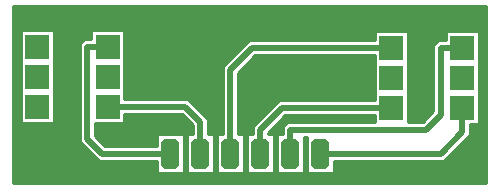
<source format=gbr>
G04 PROTEUS RS274X GERBER FILE*
%FSLAX45Y45*%
%MOMM*%
G01*
%ADD10C,0.508000*%
%ADD11C,0.254000*%
%ADD12R,2.032000X2.032000*%
%AMDIL003*
4,1,8,
-0.762000,0.965200,-0.457200,1.270000,0.457200,1.270000,0.762000,0.965200,0.762000,-0.965200,
0.457200,-1.270000,-0.457200,-1.270000,-0.762000,-0.965200,-0.762000,0.965200,
0*%
%ADD13DIL003*%
G36*
X+800000Y+2000000D02*
X-3200000Y+2000000D01*
X-3200000Y+500000D01*
X+800000Y+500000D01*
X+800000Y+2000000D01*
G37*
%LPC*%
G36*
X-139699Y+1709499D02*
X-1202801Y+1709499D01*
X-1425499Y+1486801D01*
X-1425499Y+911099D01*
X-1476299Y+911099D01*
X-1476299Y+580901D01*
X-1247701Y+580901D01*
X-1247701Y+911099D01*
X-1298501Y+911099D01*
X-1298501Y+1434199D01*
X-1150199Y+1582501D01*
X-139699Y+1582501D01*
X-139699Y+1201499D01*
X-948801Y+1201499D01*
X-1171499Y+978801D01*
X-1171499Y+911099D01*
X-1222299Y+911099D01*
X-1222299Y+580901D01*
X-993701Y+580901D01*
X-993701Y+911099D01*
X-1044501Y+911099D01*
X-1044501Y+926199D01*
X-896199Y+1074501D01*
X-139699Y+1074501D01*
X-139699Y+1015999D01*
X-880301Y+1015999D01*
X-917499Y+978801D01*
X-917499Y+911099D01*
X-968299Y+911099D01*
X-968299Y+580901D01*
X-739701Y+580901D01*
X-739701Y+889001D01*
X-714299Y+889001D01*
X-714299Y+580901D01*
X-485701Y+580901D01*
X-485701Y+682501D01*
X+443801Y+682501D01*
X+663499Y+902199D01*
X+663499Y+998301D01*
X+739699Y+998301D01*
X+739699Y+1785699D01*
X+460301Y+1785699D01*
X+460301Y+1709499D01*
X+391199Y+1709499D01*
X+354001Y+1672301D01*
X+354001Y+1105801D01*
X+264199Y+1015999D01*
X+139699Y+1015999D01*
X+139699Y+1785699D01*
X-139699Y+1785699D01*
X-139699Y+1709499D01*
G37*
G36*
X-2539699Y+1717499D02*
X-2602801Y+1717499D01*
X-2639999Y+1680301D01*
X-2639999Y+846699D01*
X-2475801Y+682501D01*
X-1984299Y+682501D01*
X-1984299Y+580901D01*
X-1755701Y+580901D01*
X-1755701Y+911099D01*
X-1984299Y+911099D01*
X-1984299Y+809499D01*
X-2423199Y+809499D01*
X-2513001Y+899301D01*
X-2513001Y+1006301D01*
X-2260301Y+1006301D01*
X-2260301Y+1082501D01*
X-1772301Y+1082501D01*
X-1679499Y+989699D01*
X-1679499Y+911099D01*
X-1730299Y+911099D01*
X-1730299Y+580901D01*
X-1501701Y+580901D01*
X-1501701Y+911099D01*
X-1552501Y+911099D01*
X-1552501Y+1042301D01*
X-1719699Y+1209499D01*
X-2260301Y+1209499D01*
X-2260301Y+1793699D01*
X-2539699Y+1793699D01*
X-2539699Y+1717499D01*
G37*
G36*
X-3139699Y+1514301D02*
X-3139699Y+1006301D01*
X-2860301Y+1006301D01*
X-2860301Y+1793699D01*
X-3139699Y+1793699D01*
X-3139699Y+1514301D01*
G37*
%LPD*%
D10*
X-600000Y+746000D02*
X+417500Y+746000D01*
X+600000Y+928500D01*
X+600000Y+1138000D01*
X-1108000Y+746000D02*
X-1108000Y+952500D01*
X-922500Y+1138000D01*
X+0Y+1138000D01*
X-1362000Y+746000D02*
X-1362000Y+1460500D01*
X-1176500Y+1646000D01*
X+0Y+1646000D01*
X-854000Y+746000D02*
X-854000Y+952500D01*
X+290500Y+952500D01*
X+417500Y+1079500D01*
X+417500Y+1646000D01*
X+600000Y+1646000D01*
X-1616000Y+746000D02*
X-1616000Y+1016000D01*
X-1746000Y+1146000D01*
X-2400000Y+1146000D01*
X-1870000Y+746000D02*
X-2449500Y+746000D01*
X-2576500Y+873000D01*
X-2576500Y+1654000D01*
X-2400000Y+1654000D01*
D11*
X+800000Y+2000000D02*
X-3200000Y+2000000D01*
X-3200000Y+500000D01*
X+800000Y+500000D01*
X+800000Y+2000000D01*
X-139699Y+1709499D02*
X-1202801Y+1709499D01*
X-1425499Y+1486801D01*
X-1425499Y+911099D01*
X-1476299Y+911099D01*
X-1476299Y+580901D01*
X-1247701Y+580901D01*
X-1247701Y+911099D01*
X-1298501Y+911099D01*
X-1298501Y+1434199D01*
X-1150199Y+1582501D01*
X-139699Y+1582501D01*
X-139699Y+1201499D01*
X-948801Y+1201499D01*
X-1171499Y+978801D01*
X-1171499Y+911099D01*
X-1222299Y+911099D01*
X-1222299Y+580901D01*
X-993701Y+580901D01*
X-993701Y+911099D01*
X-1044501Y+911099D01*
X-1044501Y+926199D01*
X-896199Y+1074501D01*
X-139699Y+1074501D01*
X-139699Y+1015999D01*
X-880301Y+1015999D01*
X-917499Y+978801D01*
X-917499Y+911099D01*
X-968299Y+911099D01*
X-968299Y+580901D01*
X-739701Y+580901D01*
X-739701Y+889001D01*
X-714299Y+889001D01*
X-714299Y+580901D01*
X-485701Y+580901D01*
X-485701Y+682501D01*
X+443801Y+682501D01*
X+663499Y+902199D01*
X+663499Y+998301D01*
X+739699Y+998301D01*
X+739699Y+1785699D01*
X+460301Y+1785699D01*
X+460301Y+1709499D01*
X+391199Y+1709499D01*
X+354001Y+1672301D01*
X+354001Y+1105801D01*
X+264199Y+1015999D01*
X+139699Y+1015999D01*
X+139699Y+1785699D01*
X-139699Y+1785699D01*
X-139699Y+1709499D01*
X-2539699Y+1717499D02*
X-2602801Y+1717499D01*
X-2639999Y+1680301D01*
X-2639999Y+846699D01*
X-2475801Y+682501D01*
X-1984299Y+682501D01*
X-1984299Y+580901D01*
X-1755701Y+580901D01*
X-1755701Y+911099D01*
X-1984299Y+911099D01*
X-1984299Y+809499D01*
X-2423199Y+809499D01*
X-2513001Y+899301D01*
X-2513001Y+1006301D01*
X-2260301Y+1006301D01*
X-2260301Y+1082501D01*
X-1772301Y+1082501D01*
X-1679499Y+989699D01*
X-1679499Y+911099D01*
X-1730299Y+911099D01*
X-1730299Y+580901D01*
X-1501701Y+580901D01*
X-1501701Y+911099D01*
X-1552501Y+911099D01*
X-1552501Y+1042301D01*
X-1719699Y+1209499D01*
X-2260301Y+1209499D01*
X-2260301Y+1793699D01*
X-2539699Y+1793699D01*
X-2539699Y+1717499D01*
X-3139699Y+1514301D02*
X-3139699Y+1006301D01*
X-2860301Y+1006301D01*
X-2860301Y+1793699D01*
X-3139699Y+1793699D01*
X-3139699Y+1514301D01*
D12*
X+600000Y+1138000D03*
X+600000Y+1392000D03*
X+600000Y+1646000D03*
X+0Y+1646000D03*
X+0Y+1392000D03*
X+0Y+1138000D03*
X-2400000Y+1146000D03*
X-2400000Y+1400000D03*
X-2400000Y+1654000D03*
X-3000000Y+1654000D03*
X-3000000Y+1400000D03*
X-3000000Y+1146000D03*
D13*
X-600000Y+746000D03*
X-854000Y+746000D03*
X-1108000Y+746000D03*
X-1362000Y+746000D03*
X-1616000Y+746000D03*
X-1870000Y+746000D03*
M02*

</source>
